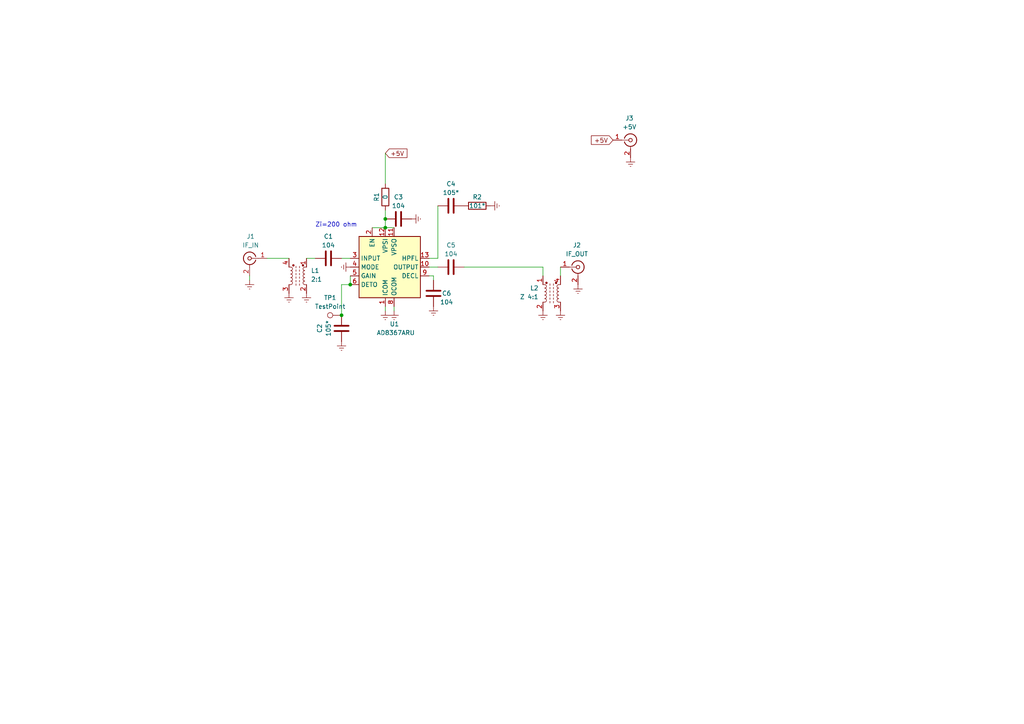
<source format=kicad_sch>
(kicad_sch (version 20230121) (generator eeschema)
  (paper "A4")
  (lib_symbols
    (symbol "Connector:Conn_Coaxial" (pin_names (offset 1.016) hide)
      (property "Reference" "J" (at 0.254 3.048 0))
      (property "Value" "Conn_Coaxial" (at 2.921 0 90))
      (symbol "Conn_Coaxial_0_1"
        (arc (start -1.778 -0.508) (mid 0.2311 -1.8066) (end 1.778 0) (stroke (width 0.254)))
        (polyline (pts (xy -2.54 0) (xy -0.508 0)))
        (polyline (pts (xy 0 -2.54) (xy 0 -1.778)))
        (circle (center 0 0) (radius 0.508) (stroke (width 0.2032)))
        (arc (start 1.778 0) (mid 0.2099 1.8101) (end -1.778 0.508) (stroke (width 0.254)))
      )
      (symbol "Conn_Coaxial_1_1"
        (pin passive line (at -5.08 0 0) (length 2.54) (name "In") (number "1"))
        (pin passive line (at 0 -5.08 90) (length 2.54) (name "Ext") (number "2"))
      )
    )
    (symbol "Connector:TestPoint" (pin_numbers hide) (pin_names (offset 0.762) hide)
      (property "Reference" "TP" (at 0 6.858 0))
      (property "Value" "TestPoint" (at 0 5.08 0))
      (symbol "TestPoint_0_1"
        (circle (center 0 3.302) (radius 0.762))
      )
      (symbol "TestPoint_1_1"
        (pin passive line (at 0 0 90) (length 2.54) (name "1") (number "1"))
      )
    )
    (symbol "Device:C" (pin_numbers hide) (pin_names (offset 0.254))
      (property "Reference" "C" (at 0.635 2.54 0))
      (property "Value" "C" (at 0.635 -2.54 0))
      (symbol "C_0_1"
        (polyline (pts (xy -2.032 -0.762) (xy 2.032 -0.762)) (stroke (width 0.508)))
        (polyline (pts (xy -2.032 0.762) (xy 2.032 0.762)) (stroke (width 0.508)))
      )
      (symbol "C_1_1"
        (pin passive line (at 0 3.81 270) (length 2.794) (name "~") (number "1"))
        (pin passive line (at 0 -3.81 90) (length 2.794) (name "~") (number "2"))
      )
    )
    (symbol "Device:L_Ferrite_Coupled_1243" (pin_names (offset 0.254) hide)
      (property "Reference" "L" (at 0 4.445 0))
      (property "Value" "L_Ferrite_Coupled_1243" (at 0 -4.445 0))
      (symbol "L_Ferrite_Coupled_1243_0_1"
        (circle (center -3.048 -1.27) (radius 0.254) (fill (type outline)))
        (circle (center -3.048 1.524) (radius 0.254) (fill (type outline)))
        (arc (start -2.54 2.032) (mid -2.032 1.5262) (end -1.524 2.032))
        (arc (start -1.524 -2.032) (mid -2.032 -1.5262) (end -2.54 -2.032))
        (arc (start -1.524 2.032) (mid -1.016 1.5262) (end -0.508 2.032))
        (arc (start -0.508 -2.032) (mid -1.016 -1.5262) (end -1.524 -2.032))
        (arc (start -0.508 2.032) (mid 0 1.5262) (end 0.508 2.032))
        (polyline (pts (xy -2.794 -0.508) (xy -2.286 -0.508)))
        (polyline (pts (xy -2.794 0.508) (xy -2.286 0.508)))
        (polyline (pts (xy -2.54 -2.032) (xy -2.54 -2.54)))
        (polyline (pts (xy -2.54 2.032) (xy -2.54 2.54)))
        (polyline (pts (xy -1.778 -0.508) (xy -1.27 -0.508)))
        (polyline (pts (xy -1.778 0.508) (xy -1.27 0.508)))
        (polyline (pts (xy -0.762 -0.508) (xy -0.254 -0.508)))
        (polyline (pts (xy -0.762 0.508) (xy -0.254 0.508)))
        (polyline (pts (xy 0.254 -0.508) (xy 0.762 -0.508)))
        (polyline (pts (xy 0.254 0.508) (xy 0.762 0.508)))
        (polyline (pts (xy 1.27 -0.508) (xy 1.778 -0.508)))
        (polyline (pts (xy 1.27 0.508) (xy 1.778 0.508)))
        (polyline (pts (xy 2.286 -0.508) (xy 2.794 -0.508)))
        (polyline (pts (xy 2.286 0.508) (xy 2.794 0.508)))
        (polyline (pts (xy 2.54 -2.032) (xy 2.54 -2.54)))
        (polyline (pts (xy 2.54 2.54) (xy 2.54 2.032)))
        (arc (start 0.508 -2.032) (mid 0 -1.5262) (end -0.508 -2.032))
        (arc (start 0.508 2.032) (mid 1.016 1.5262) (end 1.524 2.032))
        (arc (start 1.524 -2.032) (mid 1.016 -1.5262) (end 0.508 -2.032))
        (arc (start 1.524 2.032) (mid 2.032 1.5262) (end 2.54 2.032))
        (arc (start 2.54 -2.032) (mid 2.032 -1.5262) (end 1.524 -2.032))
      )
      (symbol "L_Ferrite_Coupled_1243_1_1"
        (pin passive line (at -5.08 2.54 0) (length 2.54) (name "1") (number "1"))
        (pin passive line (at 5.08 2.54 180) (length 2.54) (name "2") (number "2"))
        (pin passive line (at 5.08 -2.54 180) (length 2.54) (name "3") (number "3"))
        (pin passive line (at -5.08 -2.54 0) (length 2.54) (name "4") (number "4"))
      )
    )
    (symbol "Device:R" (pin_numbers hide) (pin_names (offset 0))
      (property "Reference" "R" (at 2.032 0 90))
      (property "Value" "R" (at 0 0 90))
      (symbol "R_0_1"
        (rectangle (start -1.016 -2.54) (end 1.016 2.54) (stroke (width 0.254)))
      )
      (symbol "R_1_1"
        (pin passive line (at 0 3.81 270) (length 1.27) (name "~") (number "1"))
        (pin passive line (at 0 -3.81 90) (length 1.27) (name "~") (number "2"))
      )
    )
    (symbol "PhilsLibrary:AD8367"
      (property "Reference" "U" (at -19.05 11.43 0))
      (property "Value" "AD8367ARU" (at -13.97 8.89 0))
      (symbol "AD8367_1_1"
        (rectangle (start -10.16 2.54) (end 7.62 -15.24) (stroke (width 0.254)) (fill (type background)))
        (pin passive line (at -2.54 -17.78 90) (length 2.54) (name "ICOM") (number "1"))
        (pin output line (at 10.16 -6.35 180) (length 2.54) (name "OUTPUT") (number "10"))
        (pin power_in line (at 0 5.08 270) (length 2.54) (name "VPSO") (number "11"))
        (pin power_in line (at -2.54 5.08 270) (length 2.54) (name "VPSI") (number "12"))
        (pin bidirectional line (at 10.16 -3.81 180) (length 2.54) (name "HPFL") (number "13"))
        (pin passive line (at -2.54 -17.78 90) (length 2.54) hide (name "ICOM") (number "14"))
        (pin input line (at -6.35 5.08 270) (length 2.54) (name "EN") (number "2"))
        (pin input line (at -12.7 -3.81 0) (length 2.54) (name "INPUT") (number "3"))
        (pin input line (at -12.7 -6.35 0) (length 2.54) (name "MODE") (number "4"))
        (pin input line (at -12.7 -8.89 0) (length 2.54) (name "GAIN") (number "5"))
        (pin bidirectional line (at -12.7 -11.43 0) (length 2.54) (name "DETO") (number "6"))
        (pin passive line (at -2.54 -17.78 90) (length 2.54) hide (name "ICOM") (number "7"))
        (pin passive line (at 0 -17.78 90) (length 2.54) (name "OCOM") (number "8"))
        (pin output line (at 10.16 -8.89 180) (length 2.54) (name "DECL") (number "9"))
      )
    )
    (symbol "power:Earth" (power) (pin_names (offset 0))
      (symbol "Earth_0_1"
        (polyline (pts (xy -0.635 -1.905) (xy 0.635 -1.905)))
        (polyline (pts (xy -0.127 -2.54) (xy 0.127 -2.54)))
        (polyline (pts (xy 0 -1.27) (xy 0 0)))
        (polyline (pts (xy 1.27 -1.27) (xy -1.27 -1.27)))
      )
      (symbol "Earth_1_1"
        (pin power_in line (at 0 0 270) (length 0) hide (name "Earth") (number "1"))
      )
    )
  )
  (junction (at 101.6 82.55))
  (junction (at 111.76 63.5))
  (junction (at 111.76 66.04))
  (junction (at 99.06 91.44))
  (wire (pts (xy 114.3 88.9) (xy 114.3 90.17)))
  (wire (pts (xy 111.76 66.04) (xy 114.3 66.04)))
  (wire (pts (xy 107.95 66.04) (xy 111.76 66.04)))
  (wire (pts (xy 111.76 63.5) (xy 111.76 66.04)))
  (wire (pts (xy 124.46 77.47) (xy 127 77.47)))
  (wire (pts (xy 111.76 60.96) (xy 111.76 63.5)))
  (wire (pts (xy 134.62 77.47) (xy 157.48 77.47)))
  (wire (pts (xy 72.39 81.28) (xy 72.39 80.01)))
  (wire (pts (xy 99.06 82.55) (xy 101.6 82.55)))
  (wire (pts (xy 77.47 74.93) (xy 83.82 74.93)))
  (wire (pts (xy 162.56 77.47) (xy 162.56 80.01)))
  (wire (pts (xy 125.73 80.01) (xy 125.73 81.28)))
  (wire (pts (xy 101.6 80.01) (xy 101.6 82.55)))
  (wire (pts (xy 99.06 74.93) (xy 101.6 74.93)))
  (wire (pts (xy 111.76 44.45) (xy 111.76 53.34)))
  (wire (pts (xy 124.46 80.01) (xy 125.73 80.01)))
  (wire (pts (xy 124.46 74.93) (xy 127 74.93)))
  (wire (pts (xy 111.76 88.9) (xy 111.76 90.17)))
  (wire (pts (xy 127 74.93) (xy 127 59.69)))
  (wire (pts (xy 99.06 91.44) (xy 99.06 82.55)))
  (wire (pts (xy 88.9 74.93) (xy 91.44 74.93)))
  (wire (pts (xy 157.48 80.01) (xy 157.48 77.47)))
  (text "Zi=200 ohm" (at 91.44 66.04 0) (effects (font (size 1.27 1.27)) (justify left bottom)))
  (global_label "+5V" (shape input) (at 111.76 44.45 0) (property "Intersheetrefs" "${INTERSHEET_REFS}" (effects hide)))
  (global_label "+5V" (shape input) (at 177.8 40.64 180) (property "Intersheetrefs" "${INTERSHEET_REFS}" (effects hide)))
  (symbol (lib_id "Device:L_Ferrite_Coupled_1243") (at 86.36 80.01 270) (unit 1)
    (property "Reference" "L1" (at 90.17 78.486 90) (effects (justify left)))
    (property "Value" "2:1" (at 90.17 81.026 90) (effects (justify left)))
    (property "Footprint" "Inductor_SMD:L_CommonModeChoke_Wuerth_WE-SL5" (effects hide))
  )
  (symbol (lib_id "Connector:TestPoint") (at 99.06 91.44 90) (unit 1)
    (property "Reference" "TP1" (at 95.758 86.36 90))
    (property "Value" "TestPoint" (at 95.758 88.9 90))
    (property "Footprint" "TestPoint:TestPoint_Pad_1.5x1.5mm" (effects hide))
  )
  (symbol (lib_id "Device:R") (at 138.43 59.69 90) (unit 1)
    (property "Reference" "R2" (at 138.43 57.15 90))
    (property "Value" "101*" (at 138.43 59.69 90))
    (property "Footprint" "Resistor_SMD:R_0805_2012Metric" (effects hide))
  )
  (symbol (lib_id "power:Earth") (at 119.38 63.5 90) (unit 1)
    (property "Reference" "#PWR09" (effects hide))
    (property "Value" "Earth" (effects hide))
  )
  (symbol (lib_id "Device:C") (at 115.57 63.5 270) (unit 1)
    (property "Reference" "C3" (at 115.57 57.15 90))
    (property "Value" "104" (at 115.57 59.69 90))
    (property "Footprint" "Capacitor_SMD:C_0805_2012Metric" (effects hide))
  )
  (symbol (lib_id "Device:L_Ferrite_Coupled_1243") (at 160.02 85.09 90) (mirror x) (unit 1)
    (property "Reference" "L2" (at 156.21 83.566 90) (effects (justify left)))
    (property "Value" "Z 4:1" (at 156.21 86.106 90) (effects (justify left)))
    (property "Footprint" "Inductor_SMD:L_CommonModeChoke_Wuerth_WE-SL5" (effects hide))
  )
  (symbol (lib_id "power:Earth") (at 99.06 99.06 0) (unit 1)
    (property "Reference" "#PWR04" (effects hide))
    (property "Value" "Earth" (effects hide))
  )
  (symbol (lib_id "Device:C") (at 125.73 85.09 0) (unit 1)
    (property "Reference" "C6" (at 129.54 85.09 0))
    (property "Value" "104" (at 129.54 87.63 0))
    (property "Footprint" "Capacitor_SMD:C_0805_2012Metric" (effects hide))
  )
  (symbol (lib_id "power:Earth") (at 142.24 59.69 90) (unit 1)
    (property "Reference" "#PWR012" (effects hide))
    (property "Value" "Earth" (effects hide))
  )
  (symbol (lib_id "power:Earth") (at 162.56 90.17 0) (mirror y) (unit 1)
    (property "Reference" "#PWR010" (effects hide))
    (property "Value" "Earth" (effects hide))
  )
  (symbol (lib_id "power:Earth") (at 101.6 77.47 270) (unit 1)
    (property "Reference" "#PWR05" (effects hide))
    (property "Value" "Earth" (effects hide))
  )
  (symbol (lib_id "power:Earth") (at 167.64 82.55 0) (mirror y) (unit 1)
    (property "Reference" "#PWR013" (effects hide))
    (property "Value" "Earth" (effects hide))
  )
  (symbol (lib_id "power:Earth") (at 157.48 90.17 0) (mirror y) (unit 1)
    (property "Reference" "#PWR08" (effects hide))
    (property "Value" "Earth" (effects hide))
  )
  (symbol (lib_id "power:Earth") (at 72.39 81.28 0) (unit 1)
    (property "Reference" "#PWR01" (effects hide))
    (property "Value" "Earth" (effects hide))
  )
  (symbol (lib_id "Device:C") (at 130.81 59.69 90) (unit 1)
    (property "Reference" "C4" (at 130.81 53.34 90))
    (property "Value" "105*" (at 130.81 55.88 90))
    (property "Footprint" "Capacitor_SMD:C_0805_2012Metric" (effects hide))
  )
  (symbol (lib_id "power:Earth") (at 182.88 45.72 0) (unit 1)
    (property "Reference" "#PWR014" (effects hide))
    (property "Value" "Earth" (effects hide))
  )
  (symbol (lib_id "Connector:Conn_Coaxial") (at 167.64 77.47 0) (unit 1)
    (property "Reference" "J2" (at 167.3226 71.12 0))
    (property "Value" "IF_OUT" (at 167.3226 73.66 0))
    (property "Footprint" "Connector_Coaxial:SMA_Samtec_SMA-J-P-X-ST-EM1_EdgeMount" (effects hide))
    (property "Datasheet" " ~" (effects hide))
  )
  (symbol (lib_id "power:Earth") (at 111.76 90.17 0) (unit 1)
    (property "Reference" "#PWR06" (effects hide))
    (property "Value" "Earth" (effects hide))
  )
  (symbol (lib_id "power:Earth") (at 125.73 88.9 0) (unit 1)
    (property "Reference" "#PWR011" (effects hide))
    (property "Value" "Earth" (effects hide))
  )
  (symbol (lib_id "power:Earth") (at 83.82 85.09 0) (unit 1)
    (property "Reference" "#PWR02" (effects hide))
    (property "Value" "Earth" (effects hide))
  )
  (symbol (lib_id "Device:R") (at 111.76 57.15 0) (unit 1)
    (property "Reference" "R1" (at 109.22 57.15 90))
    (property "Value" "0" (at 111.76 57.15 90))
    (property "Footprint" "Resistor_SMD:R_1210_3225Metric" (effects hide))
  )
  (symbol (lib_id "Device:C") (at 130.81 77.47 270) (unit 1)
    (property "Reference" "C5" (at 130.81 71.12 90))
    (property "Value" "104" (at 130.81 73.66 90))
    (property "Footprint" "Capacitor_SMD:C_0805_2012Metric" (effects hide))
  )
  (symbol (lib_id "Device:C") (at 99.06 95.25 0) (unit 1)
    (property "Reference" "C2" (at 92.71 95.25 90))
    (property "Value" "105*" (at 95.25 95.25 90))
    (property "Footprint" "Capacitor_SMD:C_0805_2012Metric" (effects hide))
  )
  (symbol (lib_id "Device:C") (at 95.25 74.93 270) (unit 1)
    (property "Reference" "C1" (at 95.25 68.58 90))
    (property "Value" "104" (at 95.25 71.12 90))
    (property "Footprint" "Capacitor_SMD:C_0805_2012Metric" (effects hide))
  )
  (symbol (lib_id "Connector:Conn_Coaxial") (at 72.39 74.93 0) (mirror y) (unit 1)
    (property "Reference" "J1" (at 72.7074 68.58 0))
    (property "Value" "IF_IN" (at 72.7074 71.12 0))
    (property "Footprint" "Connector_Coaxial:SMA_Samtec_SMA-J-P-X-ST-EM1_EdgeMount" (effects hide))
    (property "Datasheet" " ~" (effects hide))
  )
  (symbol (lib_id "power:Earth") (at 88.9 85.09 0) (unit 1)
    (property "Reference" "#PWR03" (effects hide))
    (property "Value" "Earth" (effects hide))
  )
  (symbol (lib_id "power:Earth") (at 114.3 90.17 0) (unit 1)
    (property "Reference" "#PWR07" (effects hide))
    (property "Value" "Earth" (effects hide))
  )
  (symbol (lib_id "Connector:Conn_Coaxial") (at 182.88 40.64 0) (unit 1)
    (property "Reference" "J3" (at 182.5626 34.29 0))
    (property "Value" "+5V" (at 182.5626 36.83 0))
    (property "Footprint" "Connector_Coaxial:SMA_Samtec_SMA-J-P-X-ST-EM1_EdgeMount" (effects hide))
    (property "Datasheet" " ~" (effects hide))
  )
  (symbol (lib_id "PhilsLibrary:AD8367") (at 114.3 71.12 0) (unit 1)
    (property "Reference" "U1" (at 113.03 93.98 0) (effects (justify left)))
    (property "Value" "AD8367ARU" (at 109.22 96.52 0) (effects (justify left)))
    (property "Footprint" "Package_SO:TSSOP-14_4.4x5mm_P0.65mm" (effects hide))
  )
)
</source>
